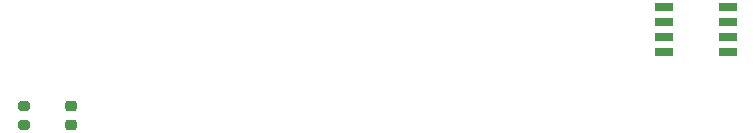
<source format=gtp>
%TF.GenerationSoftware,KiCad,Pcbnew,7.0.2*%
%TF.CreationDate,2024-08-11T10:44:14+09:00*%
%TF.ProjectId,sensor_v3,73656e73-6f72-45f7-9633-2e6b69636164,rev?*%
%TF.SameCoordinates,Original*%
%TF.FileFunction,Paste,Top*%
%TF.FilePolarity,Positive*%
%FSLAX46Y46*%
G04 Gerber Fmt 4.6, Leading zero omitted, Abs format (unit mm)*
G04 Created by KiCad (PCBNEW 7.0.2) date 2024-08-11 10:44:14*
%MOMM*%
%LPD*%
G01*
G04 APERTURE LIST*
G04 Aperture macros list*
%AMRoundRect*
0 Rectangle with rounded corners*
0 $1 Rounding radius*
0 $2 $3 $4 $5 $6 $7 $8 $9 X,Y pos of 4 corners*
0 Add a 4 corners polygon primitive as box body*
4,1,4,$2,$3,$4,$5,$6,$7,$8,$9,$2,$3,0*
0 Add four circle primitives for the rounded corners*
1,1,$1+$1,$2,$3*
1,1,$1+$1,$4,$5*
1,1,$1+$1,$6,$7*
1,1,$1+$1,$8,$9*
0 Add four rect primitives between the rounded corners*
20,1,$1+$1,$2,$3,$4,$5,0*
20,1,$1+$1,$4,$5,$6,$7,0*
20,1,$1+$1,$6,$7,$8,$9,0*
20,1,$1+$1,$8,$9,$2,$3,0*%
G04 Aperture macros list end*
%ADD10RoundRect,0.200000X0.275000X-0.200000X0.275000X0.200000X-0.275000X0.200000X-0.275000X-0.200000X0*%
%ADD11RoundRect,0.218750X0.256250X-0.218750X0.256250X0.218750X-0.256250X0.218750X-0.256250X-0.218750X0*%
%ADD12R,1.525000X0.650000*%
G04 APERTURE END LIST*
D10*
%TO.C,R1*%
X122492000Y-114134500D03*
X122492000Y-112484500D03*
%TD*%
D11*
%TO.C,LED1*%
X126492000Y-114097000D03*
X126492000Y-112522000D03*
%TD*%
D12*
%TO.C,S2*%
X182118000Y-107950000D03*
X182118000Y-106680000D03*
X182118000Y-105410000D03*
X182118000Y-104140000D03*
X176694000Y-104140000D03*
X176694000Y-105410000D03*
X176694000Y-106680000D03*
X176694000Y-107950000D03*
%TD*%
M02*

</source>
